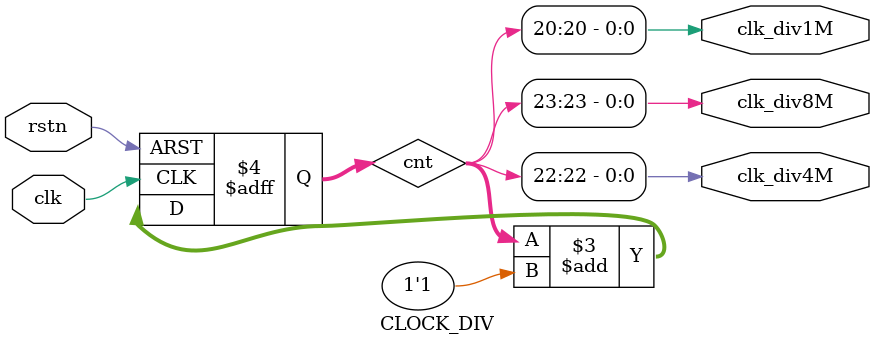
<source format=v>
`timescale 1ns / 1ps
module CLOCK_DIV(

			input		clk,
			input		rstn,
			
			output	clk_div1M,
			output	clk_div4M,
			output	clk_div8M
    );

			reg	[23:0]	cnt;
			
			assign		clk_div1M	=	cnt[20];
			assign		clk_div4M	=	cnt[22];
			assign		clk_div8M	=	cnt[23];
			
			always @ (posedge clk or negedge rstn)begin
				if(!rstn)
					cnt <= 24'h0;
				else cnt <= cnt + 1'b1;
			end
			
endmodule

</source>
